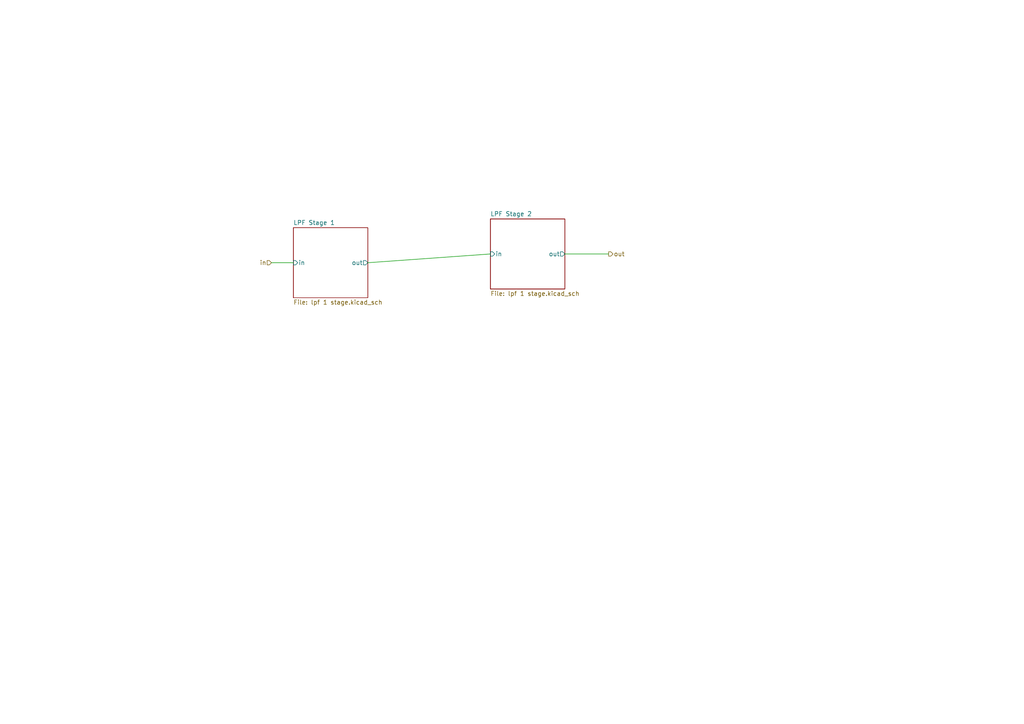
<source format=kicad_sch>
(kicad_sch (version 20211123) (generator eeschema)
  (paper "A4")
  (lib_symbols)
  (wire (pts (xy 163.83 73.66) (xy 176.53 73.66)))
  (wire (pts (xy 106.68 76.2) (xy 142.24 73.66)))
  (wire (pts (xy 78.74 76.2) (xy 85.09 76.2)))
  (hierarchical_label "out" (shape output) (at 176.53 73.66 0))
  (hierarchical_label "in" (shape input) (at 78.74 76.2 180))
  (sheet (at 142.24 63.5) (size 21.59 20.32) (stroke (width 0.1524))
    (property "Sheet name" "LPF Stage 2" (at 142.24 62.7884 0) (effects (justify left bottom)))
    (property "Sheet file" "lpf 1 stage.kicad_sch" (at 142.24 84.4046 0) (effects (justify left top)))
    (pin "in" input (at 142.24 73.66 180))
    (pin "out" output (at 163.83 73.66 0))
  )
  (sheet (at 85.09 66.04) (size 21.59 20.32) (stroke (width 0.1524))
    (property "Sheet name" "LPF Stage 1" (at 85.09 65.3284 0) (effects (justify left bottom)))
    (property "Sheet file" "lpf 1 stage.kicad_sch" (at 85.09 86.9446 0) (effects (justify left top)))
    (pin "in" input (at 85.09 76.2 180))
    (pin "out" output (at 106.68 76.2 0))
  )
)
</source>
